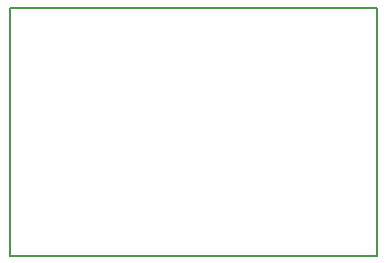
<source format=gbr>
%TF.GenerationSoftware,Altium Limited,Altium Designer,23.5.1 (21)*%
G04 Layer_Color=16711935*
%FSLAX45Y45*%
%MOMM*%
%TF.SameCoordinates,4F0F0AB4-5C0D-4210-9CCF-4C3744BDD4F0*%
%TF.FilePolarity,Positive*%
%TF.FileFunction,Other,Board_Shape*%
%TF.Part,Single*%
G01*
G75*
%TA.AperFunction,NonConductor*%
%ADD20C,0.20000*%
D20*
X14500000Y2600000D02*
X17600000D01*
Y4700000D01*
X14500000D02*
X17600000D01*
X14500000Y2600000D02*
Y4700000D01*
%TF.MD5,0dc858e7bc9110d402e6ef9b4c88ef38*%
M02*

</source>
